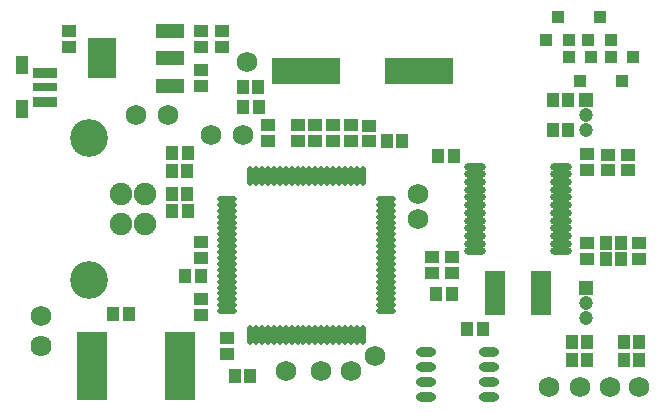
<source format=gts>
G04*
G04 #@! TF.GenerationSoftware,Altium Limited,Altium Designer,19.1.5 (86)*
G04*
G04 Layer_Color=8388736*
%FSAX24Y24*%
%MOIN*%
G70*
G01*
G75*
%ADD32R,0.0789X0.0375*%
%ADD33R,0.0789X0.0316*%
%ADD34R,0.0434X0.0592*%
%ADD35R,0.0434X0.0474*%
%ADD36O,0.0671X0.0316*%
%ADD37R,0.0986X0.2285*%
%ADD38O,0.0730X0.0237*%
%ADD39R,0.0415X0.0454*%
%ADD40R,0.0474X0.0434*%
%ADD41R,0.0710X0.1458*%
%ADD42R,0.2285X0.0907*%
%ADD43O,0.0651X0.0198*%
%ADD44O,0.0198X0.0651*%
%ADD45R,0.0926X0.0454*%
%ADD46R,0.0926X0.1360*%
%ADD47R,0.0454X0.0415*%
%ADD48R,0.0395X0.0434*%
%ADD49C,0.0680*%
%ADD50R,0.0474X0.0474*%
%ADD51C,0.0474*%
%ADD52C,0.1261*%
%ADD53C,0.0749*%
%ADD54C,0.0706*%
D32*
X011378Y022218D02*
D03*
Y021254D02*
D03*
D33*
Y021736D02*
D03*
D34*
X010610Y022465D02*
D03*
Y021008D02*
D03*
D35*
X014167Y014173D02*
D03*
X013636D02*
D03*
X025433Y013694D02*
D03*
X025965D02*
D03*
X030581Y016004D02*
D03*
X030049D02*
D03*
X030581Y016535D02*
D03*
X030049D02*
D03*
X024990Y019449D02*
D03*
X024459D02*
D03*
X016122Y019550D02*
D03*
X015591D02*
D03*
X024931Y014832D02*
D03*
X024400D02*
D03*
X016566Y015450D02*
D03*
X016034D02*
D03*
X018500Y021092D02*
D03*
X017969D02*
D03*
X015591Y017600D02*
D03*
X016122D02*
D03*
D36*
X026181Y011396D02*
D03*
Y011896D02*
D03*
Y012396D02*
D03*
Y012896D02*
D03*
X024055Y011396D02*
D03*
Y011896D02*
D03*
Y012396D02*
D03*
Y012896D02*
D03*
D37*
X012943Y012450D02*
D03*
X015857D02*
D03*
D38*
X025699Y019085D02*
D03*
Y018829D02*
D03*
Y018573D02*
D03*
Y018317D02*
D03*
Y018061D02*
D03*
Y017805D02*
D03*
Y017549D02*
D03*
Y017293D02*
D03*
Y017037D02*
D03*
Y016781D02*
D03*
Y016526D02*
D03*
Y016270D02*
D03*
X028553Y019085D02*
D03*
Y018829D02*
D03*
Y018573D02*
D03*
Y018317D02*
D03*
Y018061D02*
D03*
Y017805D02*
D03*
Y017549D02*
D03*
Y017293D02*
D03*
Y017037D02*
D03*
Y016781D02*
D03*
Y016526D02*
D03*
Y016270D02*
D03*
D39*
X017953Y021736D02*
D03*
X018465D02*
D03*
X029438Y012657D02*
D03*
X028926D02*
D03*
X029438Y013248D02*
D03*
X028926D02*
D03*
X028294Y020327D02*
D03*
X028806D02*
D03*
X030669Y012657D02*
D03*
X031181D02*
D03*
X028294Y021327D02*
D03*
X028806D02*
D03*
X030669Y013248D02*
D03*
X031181D02*
D03*
X023268Y019944D02*
D03*
X022756D02*
D03*
X015601Y018169D02*
D03*
X016113D02*
D03*
X015601Y018950D02*
D03*
X016113D02*
D03*
X018209Y012106D02*
D03*
X017697D02*
D03*
D40*
X031181Y016535D02*
D03*
Y016004D02*
D03*
X016550Y014134D02*
D03*
Y014666D02*
D03*
X016568Y016565D02*
D03*
Y016033D02*
D03*
X021565Y020482D02*
D03*
Y019951D02*
D03*
X020965Y020482D02*
D03*
Y019951D02*
D03*
X017431Y012852D02*
D03*
Y013384D02*
D03*
X020374Y020491D02*
D03*
Y019960D02*
D03*
X018799Y020487D02*
D03*
Y019956D02*
D03*
X019783Y020482D02*
D03*
Y019950D02*
D03*
X029429Y016004D02*
D03*
Y016535D02*
D03*
Y018967D02*
D03*
Y019499D02*
D03*
X024272Y015541D02*
D03*
Y016073D02*
D03*
X024921Y015541D02*
D03*
Y016073D02*
D03*
X016550Y023084D02*
D03*
Y023616D02*
D03*
X017250Y023084D02*
D03*
Y023616D02*
D03*
X016550Y022316D02*
D03*
Y021784D02*
D03*
D41*
X026358Y014882D02*
D03*
X027894D02*
D03*
D42*
X023819Y022269D02*
D03*
X020079D02*
D03*
D43*
X017431Y018012D02*
D03*
Y017815D02*
D03*
Y017618D02*
D03*
Y017421D02*
D03*
Y017224D02*
D03*
Y017028D02*
D03*
Y016831D02*
D03*
Y016634D02*
D03*
Y016437D02*
D03*
Y016240D02*
D03*
Y016043D02*
D03*
Y015846D02*
D03*
Y015650D02*
D03*
Y015453D02*
D03*
Y015256D02*
D03*
Y015059D02*
D03*
Y014862D02*
D03*
Y014665D02*
D03*
Y014468D02*
D03*
Y014272D02*
D03*
X022726D02*
D03*
Y014468D02*
D03*
Y014665D02*
D03*
Y014862D02*
D03*
Y015059D02*
D03*
Y015256D02*
D03*
Y015453D02*
D03*
Y015650D02*
D03*
Y015846D02*
D03*
Y016043D02*
D03*
Y016240D02*
D03*
Y016437D02*
D03*
Y016634D02*
D03*
Y016831D02*
D03*
Y017028D02*
D03*
Y017224D02*
D03*
Y017421D02*
D03*
Y017618D02*
D03*
Y017815D02*
D03*
Y018012D02*
D03*
D44*
X018209Y013494D02*
D03*
X018406D02*
D03*
X018602D02*
D03*
X018799D02*
D03*
X018996D02*
D03*
X019193D02*
D03*
X019390D02*
D03*
X019587D02*
D03*
X019783D02*
D03*
X019980D02*
D03*
X020177D02*
D03*
X020374D02*
D03*
X020571D02*
D03*
X020768D02*
D03*
X020965D02*
D03*
X021161D02*
D03*
X021358D02*
D03*
X021555D02*
D03*
X021752D02*
D03*
X021949D02*
D03*
Y018789D02*
D03*
X021752D02*
D03*
X021555D02*
D03*
X021358D02*
D03*
X021161D02*
D03*
X020965D02*
D03*
X020768D02*
D03*
X020571D02*
D03*
X020374D02*
D03*
X020177D02*
D03*
X019980D02*
D03*
X019783D02*
D03*
X019587D02*
D03*
X019390D02*
D03*
X019193D02*
D03*
X018996D02*
D03*
X018799D02*
D03*
X018602D02*
D03*
X018406D02*
D03*
X018209D02*
D03*
D45*
X015542Y021794D02*
D03*
Y022700D02*
D03*
Y023606D02*
D03*
D46*
X013258Y022700D02*
D03*
D47*
X030118Y018977D02*
D03*
Y019489D02*
D03*
X030787Y018977D02*
D03*
Y019489D02*
D03*
X022150Y020456D02*
D03*
Y019944D02*
D03*
X012150Y023094D02*
D03*
Y023606D02*
D03*
D48*
X029580Y022744D02*
D03*
X028832D02*
D03*
X029206Y021956D02*
D03*
X030974Y022744D02*
D03*
X030226D02*
D03*
X030600Y021956D02*
D03*
X028076Y023306D02*
D03*
X028824D02*
D03*
X028450Y024094D02*
D03*
X029476Y023306D02*
D03*
X030224D02*
D03*
X029850Y024094D02*
D03*
D49*
X020571Y012283D02*
D03*
X031181Y011752D02*
D03*
X022362Y012778D02*
D03*
X030197Y011752D02*
D03*
X028169D02*
D03*
X029182D02*
D03*
X018100Y022573D02*
D03*
X019390Y012283D02*
D03*
X021555D02*
D03*
X023799Y018169D02*
D03*
Y017350D02*
D03*
X017969Y020152D02*
D03*
X016900D02*
D03*
X015450Y020800D02*
D03*
X014400D02*
D03*
X011220Y014118D02*
D03*
D50*
X029406Y015028D02*
D03*
Y021327D02*
D03*
D51*
Y014028D02*
D03*
Y014528D02*
D03*
Y020327D02*
D03*
Y020827D02*
D03*
D52*
X012835Y020047D02*
D03*
Y015307D02*
D03*
D53*
X013902Y017185D02*
D03*
X014685Y018169D02*
D03*
X013902D02*
D03*
X014685Y017185D02*
D03*
D54*
X011220Y013118D02*
D03*
M02*

</source>
